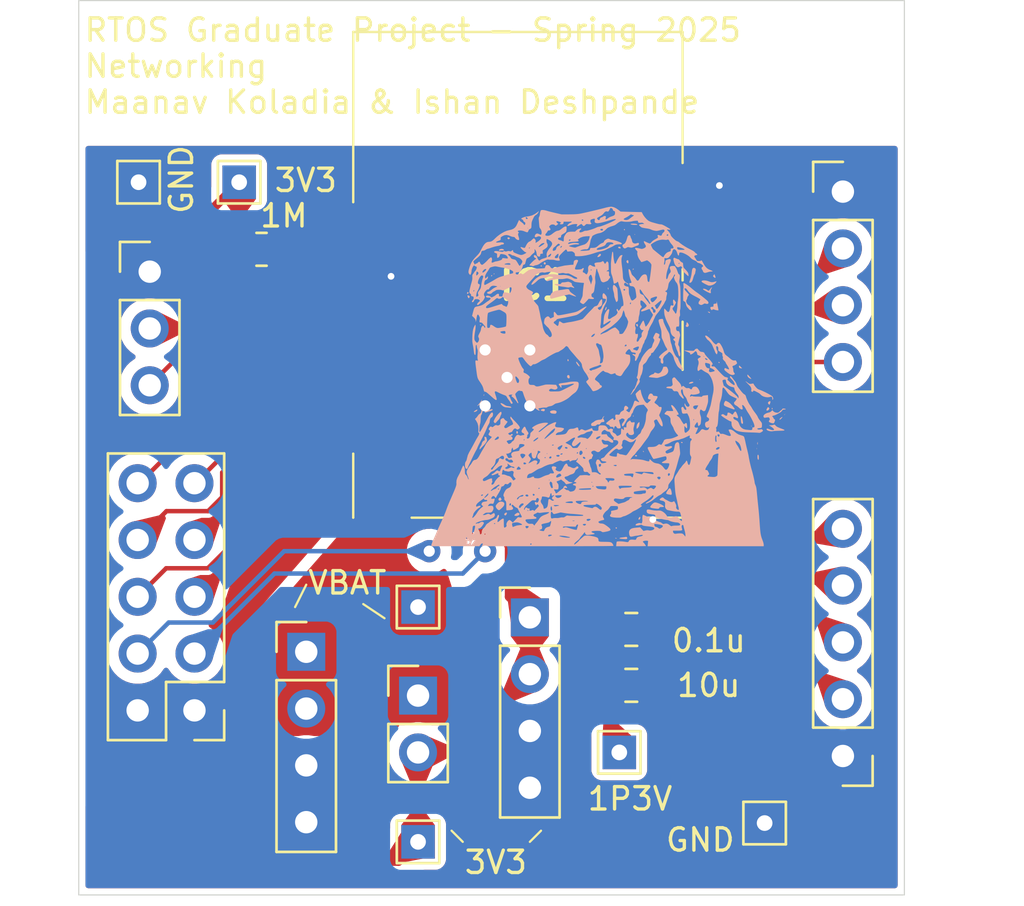
<source format=kicad_pcb>
(kicad_pcb (version 20241229) (generator "pcbnew") (generator_version "9.0")
  (layers (0 "F.Cu" signal) (2 "B.Cu" signal) (13 "F.Paste" user) (15 "B.Paste" user) (5 "F.SilkS" user "F.Silkscreen") (7 "B.SilkS" user "B.Silkscreen") (1 "F.Mask" user) (3 "B.Mask" user) (25 "Edge.Cuts" user))
  (net 0 "")
  (net 1 "GND")
  (net 3 "/GPIO_6")
  (net 5 "/UART_RX")
  (net 6 "/I2C_SCL")
  (net 8 "/GPIO_4")
  (net 9 "/RESET_N")
  (net 10 "/UART_TX")
  (net 11 "Net-(IC1-SDIO_SPI_CFG)")
  (net 13 "/I2C_SDA")
  (net 14 "/GPIO_1")
  (net 15 "/1P3V")
  (net 16 "/IRQN")
  (net 17 "/VBAT")
  (net 18 "/SD_DAT3")
  (net 19 "/SPI_CS")
  (net 20 "/SPI_SDO")
  (net 21 "/SPI_SDI")
  (net 22 "/WAKE")
  (net 23 "+3.3V")
  (net 24 "/C_EN")
  (net 25 "/SPI_CLK")
  (net 26 "/SD_CLK")
  (footprint "Connector_PinHeader_2.54mm:PinHeader_1x03_P2.54mm_Vertical" (layer "F.Cu") (at 130.5 96)
    (property "Reference" "J4" (hide yes))
    (property "Value" "Misc_Conn_01x03")
    (pad "1" thru_hole rect (at 0 0) (size 1.7 1.7) (drill 1) (layers "*.Cu" "*.Mask") (net 1 "GND"))
    (pad "2" thru_hole oval (at 0 2.54) (size 1.7 1.7) (drill 1) (layers "*.Cu" "*.Mask") (net 22 "/WAKE"))
    (pad "3" thru_hole oval (at 0 5.08) (size 1.7 1.7) (drill 1) (layers "*.Cu" "*.Mask") (net 16 "/IRQN"))
  )
  (footprint "Connector_PinHeader_2.54mm:PinHeader_1x04_P2.54mm_Vertical" (layer "F.Cu") (at 161.5 92.42)
    (property "Reference" "J3" (hide yes))
    (property "Value" "I2C_CEN_Conn_01x04")
    (pad "1" thru_hole rect (at 0 0) (size 1.7 1.7) (drill 1) (layers "*.Cu" "*.Mask") (net 1 "GND"))
    (pad "2" thru_hole oval (at 0 2.54) (size 1.7 1.7) (drill 1) (layers "*.Cu" "*.Mask") (net 9 "/RESET_N"))
    (pad "3" thru_hole oval (at 0 5.08) (size 1.7 1.7) (drill 1) (layers "*.Cu" "*.Mask") (net 13 "/I2C_SDA"))
    (pad "4" thru_hole oval (at 0 7.62) (size 1.7 1.7) (drill 1) (layers "*.Cu" "*.Mask") (net 6 "/I2C_SCL"))
  )
  (footprint "Connector_PinHeader_2.54mm:PinHeader_2x05_P2.54mm_Vertical" (layer "F.Cu") (at 132.5 115.62 180)
    (property "Reference" "J7" (hide yes))
    (property "Value" "SPI_Conn_02x05")
    (pad "1" thru_hole rect (at 0 0 180) (size 1.7 1.7) (drill 1) (layers "*.Cu" "*.Mask") (net 1 "GND"))
    (pad "2" thru_hole oval (at 2.54 0 180) (size 1.7 1.7) (drill 1) (layers "*.Cu" "*.Mask") (net 1 "GND"))
    (pad "3" thru_hole oval (at 0 2.54 180) (size 1.7 1.7) (drill 1) (layers "*.Cu" "*.Mask") (net 24 "/C_EN"))
    (pad "4" thru_hole oval (at 2.54 2.54 180) (size 1.7 1.7) (drill 1) (layers "*.Cu" "*.Mask") (net 14 "/GPIO_1"))
    (pad "5" thru_hole oval (at 0 5.08 180) (size 1.7 1.7) (drill 1) (layers "*.Cu" "*.Mask") (net 26 "/SD_CLK"))
    (pad "6" thru_hole oval (at 2.54 5.08 180) (size 1.7 1.7) (drill 1) (layers "*.Cu" "*.Mask") (net 25 "/SPI_CLK"))
    (pad "7" thru_hole oval (at 0 7.62 180) (size 1.7 1.7) (drill 1) (layers "*.Cu" "*.Mask") (net 20 "/SPI_SDO"))
    (pad "8" thru_hole oval (at 2.54 7.62 180) (size 1.7 1.7) (drill 1) (layers "*.Cu" "*.Mask") (net 19 "/SPI_CS"))
    (pad "9" thru_hole oval (at 0 10.16 180) (size 1.7 1.7) (drill 1) (layers "*.Cu" "*.Mask") (net 21 "/SPI_SDI"))
    (pad "10" thru_hole oval (at 2.54 10.16 180) (size 1.7 1.7) (drill 1) (layers "*.Cu" "*.Mask") (net 18 "/SD_DAT3"))
  )
  (footprint "TestPoint:TestPoint_THTPad_1.5x1.5mm_Drill0.7mm" (layer "F.Cu") (at 130 92)
    (property "Reference" "TP5" (hide yes))
    (property "Value" "GND")
    (pad "1" thru_hole rect (at 0 0) (size 1.5 1.5) (drill 0.7) (layers "*.Cu" "*.Mask") (net 1 "GND"))
  )
  (footprint "Connector_PinHeader_2.54mm:PinHeader_1x04_P2.54mm_Vertical" (layer "F.Cu") (at 147.5 111.46)
    (property "Reference" "J1" (hide yes))
    (property "Value" "3V3_Conn_01x04")
    (pad "1" thru_hole rect (at 0 0) (size 1.7 1.7) (drill 1) (layers "*.Cu" "*.Mask") (net 23 "+3.3V"))
    (pad "2" thru_hole oval (at 0 2.54) (size 1.7 1.7) (drill 1) (layers "*.Cu" "*.Mask") (net 23 "+3.3V"))
    (pad "3" thru_hole oval (at 0 5.08) (size 1.7 1.7) (drill 1) (layers "*.Cu" "*.Mask") (net 1 "GND"))
    (pad "4" thru_hole oval (at 0 7.62) (size 1.7 1.7) (drill 1) (layers "*.Cu" "*.Mask") (net 1 "GND"))
  )
  (footprint "Resistor_SMD:R_0805_2012Metric_Pad1.20x1.40mm_HandSolder" (layer "F.Cu") (at 135.5 95)
    (property "Reference" "R1" (hide yes))
    (property "Value" "1M" (at 1 -1.5 0) (layer "F.SilkS"))
    (pad "1" smd roundrect (at -1 0) (size 1.2 1.4) (layers "F.Cu" "F.Mask" "F.Paste") (roundrect_rratio 0.208333) (net 23 "+3.3V"))
    (pad "2" smd roundrect (at 1 0) (size 1.2 1.4) (layers "F.Cu" "F.Mask" "F.Paste") (roundrect_rratio 0.208333) (net 11 "Net-(IC1-SDIO_SPI_CFG)"))
  )
  (footprint "TestPoint:TestPoint_THTPad_1.5x1.5mm_Drill0.7mm" (layer "F.Cu") (at 142.5 121.5)
    (property "Reference" "TP4" (hide yes))
    (property "Value" "3.3V")
    (pad "1" thru_hole rect (at 0 0) (size 1.5 1.5) (drill 0.7) (layers "*.Cu" "*.Mask") (net 23 "+3.3V"))
  )
  (footprint "Capacitor_SMD:C_0805_2012Metric_Pad1.18x1.45mm_HandSolder" (layer "F.Cu") (at 152.0375 114.5)
    (property "Reference" "C1" (hide yes))
    (property "Value" "10u" (at 3.4625 0 0) (layer "F.SilkS"))
    (pad "1" smd roundrect (at -1.0375 0) (size 1.175 1.45) (layers "F.Cu" "F.Mask" "F.Paste") (roundrect_rratio 0.212766) (net 15 "/1P3V"))
    (pad "2" smd roundrect (at 1.0375 0) (size 1.175 1.45) (layers "F.Cu" "F.Mask" "F.Paste") (roundrect_rratio 0.212766) (net 1 "GND"))
  )
  (footprint "Connector_PinHeader_2.54mm:PinHeader_1x02_P2.54mm_Vertical" (layer "F.Cu") (at 142.5 114.96)
    (property "Reference" "J5" (hide yes))
    (property "Value" "VBAT_3V3_Jump_Conn_01x02")
    (pad "1" thru_hole rect (at 0 0) (size 1.7 1.7) (drill 1) (layers "*.Cu" "*.Mask") (net 17 "/VBAT"))
    (pad "2" thru_hole oval (at 0 2.54) (size 1.7 1.7) (drill 1) (layers "*.Cu" "*.Mask") (net 23 "+3.3V"))
  )
  (footprint "TestPoint:TestPoint_THTPad_1.5x1.5mm_Drill0.7mm" (layer "F.Cu") (at 134.5 92)
    (property "Reference" "TP1" (hide yes))
    (property "Value" "3.3V")
    (pad "1" thru_hole rect (at 0 0) (size 1.5 1.5) (drill 0.7) (layers "*.Cu" "*.Mask") (net 23 "+3.3V"))
  )
  (footprint "Connector_PinHeader_2.54mm:PinHeader_1x05_P2.54mm_Vertical" (layer "F.Cu") (at 161.5 117.66 180)
    (property "Reference" "J6" (hide yes))
    (property "Value" "UART_Conn_01x05")
    (pad "1" thru_hole rect (at 0 0 180) (size 1.7 1.7) (drill 1) (layers "*.Cu" "*.Mask") (net 1 "GND"))
    (pad "2" thru_hole oval (at 0 2.54 180) (size 1.7 1.7) (drill 1) (layers "*.Cu" "*.Mask") (net 5 "/UART_RX"))
    (pad "3" thru_hole oval (at 0 5.08 180) (size 1.7 1.7) (drill 1) (layers "*.Cu" "*.Mask") (net 8 "/GPIO_4"))
    (pad "4" thru_hole oval (at 0 7.62 180) (size 1.7 1.7) (drill 1) (layers "*.Cu" "*.Mask") (net 10 "/UART_TX"))
    (pad "5" thru_hole oval (at 0 10.16 180) (size 1.7 1.7) (drill 1) (layers "*.Cu" "*.Mask") (net 3 "/GPIO_6"))
  )
  (footprint "TestPoint:TestPoint_THTPad_1.5x1.5mm_Drill0.7mm" (layer "F.Cu") (at 142.5 111)
    (property "Reference" "TP3" (hide yes))
    (property "Value" "VBAT")
    (pad "1" thru_hole rect (at 0 0) (size 1.5 1.5) (drill 0.7) (layers "*.Cu" "*.Mask") (net 17 "/VBAT"))
  )
  (footprint "LIB_ATWILC1000-MR110PB-T:ATWILC1000MR110PBT" (layer "F.Cu") (at 146.965 96.14)
    (property "Reference" "IC1" (at 0.742 0.475 0) (layer "F.SilkS") (effects (font (size 1.27 1.27) (thickness 0.254))))
    (property "Value" "ATWILC1000-MR110PB-T" (hide yes))
    (pad "29" smd rect (at -0.485 4.59 90) (size 3.7 3.7) (layers "F.Cu" "F.Mask" "F.Paste") (net 1 "GND"))
    (pad "J1" smd rect (at 7.365 8.19 90) (size 0.8 1.9) (layers "F.Cu" "F.Mask" "F.Paste") (net 3 "/GPIO_6"))
    (pad "J2" smd rect (at 7.365 7.18 90) (size 0.8 1.9) (layers "F.Cu" "F.Mask" "F.Paste") (net 6 "/I2C_SCL"))
    (pad "J3" smd rect (at 7.365 6.164 90) (size 0.8 1.9) (layers "F.Cu" "F.Mask" "F.Paste") (net 13 "/I2C_SDA"))
    (pad "J4" smd rect (at 7.365 5.148 90) (size 0.8 1.9) (layers "F.Cu" "F.Mask" "F.Paste") (net 9 "/RESET_N"))
    (pad "J5" smd rect (at 7.365 1.084 90) (size 0.8 1.9) (layers "F.Cu" "F.Mask" "F.Paste"))
    (pad "J6" smd rect (at 7.365 -0.948 90) (size 0.8 1.9) (layers "F.Cu" "F.Mask" "F.Paste"))
    (pad "J7" smd rect (at 7.365 -1.964 90) (size 0.8 1.9) (layers "F.Cu" "F.Mask" "F.Paste"))
    (pad "J8" smd rect (at 7.365 -2.98 90) (size 0.8 1.9) (layers "F.Cu" "F.Mask" "F.Paste"))
    (pad "J9" smd rect (at 7.365 -3.996 90) (size 0.8 1.9) (layers "F.Cu" "F.Mask" "F.Paste") (net 1 "GND"))
    (pad "J10" smd rect (at -7.365 -1.964 90) (size 0.8 1.9) (layers "F.Cu" "F.Mask" "F.Paste") (net 11 "Net-(IC1-SDIO_SPI_CFG)"))
    (pad "J11" smd rect (at -7.365 -0.948 90) (size 0.8 1.9) (layers "F.Cu" "F.Mask" "F.Paste") (net 22 "/WAKE"))
    (pad "J12" smd rect (at -7.365 0.068 90) (size 0.8 1.9) (layers "F.Cu" "F.Mask" "F.Paste") (net 1 "GND"))
    (pad "J13" smd rect (at -7.365 1.084 90) (size 0.8 1.9) (layers "F.Cu" "F.Mask" "F.Paste") (net 16 "/IRQN"))
    (pad "J14" smd rect (at -7.365 2.1 90) (size 0.8 1.9) (layers "F.Cu" "F.Mask" "F.Paste") (net 18 "/SD_DAT3"))
    (pad "J15" smd rect (at -7.365 3.116 90) (size 0.8 1.9) (layers "F.Cu" "F.Mask" "F.Paste") (net 21 "/SPI_SDI"))
    (pad "J16" smd rect (at -7.365 4.132 90) (size 0.8 1.9) (layers "F.Cu" "F.Mask" "F.Paste") (net 19 "/SPI_CS"))
    (pad "J17" smd rect (at -7.365 5.148 90) (size 0.8 1.9) (layers "F.Cu" "F.Mask" "F.Paste") (net 20 "/SPI_SDO"))
    (pad "J18" smd rect (at -7.365 6.164 90) (size 0.8 1.9) (layers "F.Cu" "F.Mask" "F.Paste") (net 25 "/SPI_CLK"))
    (pad "J19" smd rect (at -7.365 7.18 90) (size 0.8 1.9) (layers "F.Cu" "F.Mask" "F.Paste") (net 26 "/SD_CLK"))
    (pad "J20" smd rect (at -5.465 10.86) (size 0.8 1.9) (layers "F.Cu" "F.Mask" "F.Paste") (net 17 "/VBAT"))
    (pad "J21" smd rect (at -2.417 10.86) (size 0.8 1.9) (layers "F.Cu" "F.Mask" "F.Paste") (net 14 "/GPIO_1"))
    (pad "J22" smd rect (at -1.401 10.86) (size 0.8 1.9) (layers "F.Cu" "F.Mask" "F.Paste") (net 24 "/C_EN"))
    (pad "J23" smd rect (at -0.385 10.86) (size 0.8 1.9) (layers "F.Cu" "F.Mask" "F.Paste") (net 23 "+3.3V"))
    (pad "J24" smd rect (at 0.631 10.86) (size 0.8 1.9) (layers "F.Cu" "F.Mask" "F.Paste") (net 15 "/1P3V"))
    (pad "J25" smd rect (at 1.647 10.86) (size 0.8 1.9) (layers "F.Cu" "F.Mask" "F.Paste") (net 5 "/UART_RX"))
    (pad "J26" smd rect (at 2.663 10.86) (size 0.8 1.9) (layers "F.Cu" "F.Mask" "F.Paste") (net 8 "/GPIO_4"))
    (pad "J27" smd rect (at 3.679 10.86) (size 0.8 1.9) (layers "F.Cu" "F.Mask" "F.Paste") (net 10 "/UART_TX"))
    (pad "J28" smd rect (at 4.695 10.86) (size 0.8 1.9) (layers "F.Cu" "F.Mask" "F.Paste") (net 1 "GND"))
  )
  (footprint "TestPoint:TestPoint_THTPad_1.5x1.5mm_Drill0.7mm" (layer "F.Cu") (at 151.5 117.5 180)
    (property "Reference" "TP7" (hide yes))
    (property "Value" "1P3V")
    (pad "1" thru_hole rect (at 0 0 180) (size 1.5 1.5) (drill 0.7) (layers "*.Cu" "*.Mask") (net 15 "/1P3V"))
  )
  (footprint "Capacitor_SMD:C_0805_2012Metric_Pad1.18x1.45mm_HandSolder" (layer "F.Cu") (at 152.0375 112)
    (property "Reference" "C2" (hide yes))
    (property "Value" "0.1u" (at 3.4625 0.5 0) (layer "F.SilkS"))
    (pad "1" smd roundrect (at -1.0375 0) (size 1.175 1.45) (layers "F.Cu" "F.Mask" "F.Paste") (roundrect_rratio 0.212766) (net 15 "/1P3V"))
    (pad "2" smd roundrect (at 1.0375 0) (size 1.175 1.45) (layers "F.Cu" "F.Mask" "F.Paste") (roundrect_rratio 0.212766) (net 1 "GND"))
  )
  (footprint "Connector_PinHeader_2.54mm:PinHeader_1x04_P2.54mm_Vertical" (layer "F.Cu") (at 137.5 113)
    (property "Reference" "J2" (hide yes))
    (property "Value" "VBAT_Conn_01x04")
    (pad "1" thru_hole rect (at 0 0) (size 1.7 1.7) (drill 1) (layers "*.Cu" "*.Mask") (net 17 "/VBAT"))
    (pad "2" thru_hole oval (at 0 2.54) (size 1.7 1.7) (drill 1) (layers "*.Cu" "*.Mask") (net 17 "/VBAT"))
    (pad "3" thru_hole oval (at 0 5.08) (size 1.7 1.7) (drill 1) (layers "*.Cu" "*.Mask") (net 1 "GND"))
    (pad "4" thru_hole oval (at 0 7.62) (size 1.7 1.7) (drill 1) (layers "*.Cu" "*.Mask") (net 1 "GND"))
  )
  (footprint "TestPoint:TestPoint_THTPad_1.5x1.5mm_Drill0.7mm" (layer "F.Cu") (at 158 120.66 180)
    (property "Reference" "TP2" (hide yes))
    (property "Value" "GND")
    (pad "1" thru_hole rect (at 0 0 180) (size 1.5 1.5) (drill 0.7) (layers "*.Cu" "*.Mask") (net 1 "GND"))
  )
  (footprint "hw:troll" (layer "B.Cu") (at 148.675 98.9 180)
    (property "Reference" "G***" (hide yes))
    (property "Value" "LOGO" (hide yes))
  )
  (gr_line (start 147.5 121.5) (end 148 121) (stroke (width 0.1)) (layer "F.SilkS"))
  (gr_line (start 140.049387 110.866258) (end 141 111.5) (stroke (width 0.1)) (layer "F.SilkS"))
  (gr_line (start 137 111) (end 137.5 110) (stroke (width 0.1)) (layer "F.SilkS"))
  (gr_line (start 144.5 121.5) (end 144 121) (stroke (width 0.1)) (layer "F.SilkS"))
  (gr_rect (start 127.325 83.875) (end 164.25 123.875) (stroke (width 0.05)) (fill no) (layer "Edge.Cuts"))
  (gr_text "3V3" (at 136 92.5 0) (layer "F.SilkS") (effects (font (size 1 1)) (justify left bottom)))
  (gr_text "3V3" (at 144.5 123 0) (layer "F.SilkS") (effects (font (size 1 1)) (justify left bottom)))
  (gr_text "1P3V" (at 150 120.16 0) (layer "F.SilkS") (effects (font (size 1 1)) (justify left bottom)))
  (gr_text "VBAT" (at 137.5 110.5 0) (layer "F.SilkS") (effects (font (size 1 1)) (justify left bottom)))
  (gr_text "GND" (at 153.5 122 0) (layer "F.SilkS") (effects (font (size 1 1)) (justify left bottom)))
  (gr_text "GND" (at 132.5 93.5 90) (layer "F.SilkS") (effects (font (size 1 1)) (justify left bottom)))
  (gr_text "RTOS Graduate Project - Spring 2025\nNetworking\nMaanav Koladia & Ishan Deshpande" (at 127.5 89 0) (layer "F.SilkS") (effects (font (size 1 1)) (justify left bottom)))
  (segment (start 155.97079 92.144) (end 154.33 92.144) (width 0.2) (layer "F.Cu") (net 1))
  (segment (start 155.974779 92.145652) (end 155.97313 92.143991) (width 0.2) (layer "F.Cu") (net 1))
  (segment (start 151.745676 107.085684) (end 153 107.085678) (width 0.4) (layer "F.Cu") (net 1))
  (segment (start 141.292 96.208) (end 139.6 96.208) (width 0.4) (layer "F.Cu") (net 1))
  (segment (start 155.97079 92.144) (end 155.97313 92.143991) (width 0.2) (layer "F.Cu") (net 1))
  (segment (start 151.745676 107.085684) (end 151.66 107) (width 0.2) (layer "F.Cu") (net 1))
  (segment (start 155.976431 92.147304) (end 155.974779 92.145652) (width 0.2) (layer "F.Cu") (net 1))
  (via (at 145.5 99.5) (size 1) (drill 0.5) (layers "F.Cu" "B.Cu") (net 1))
  (via (at 153 107.085678) (size 0.5) (drill 0.3) (layers "F.Cu" "B.Cu") (net 1))
  (via (at 147.5 99.5) (size 1) (drill 0.5) (layers "F.Cu" "B.Cu") (net 1))
  (via (at 146.48 100.73) (size 1) (drill 0.5) (layers "F.Cu" "B.Cu") (net 1))
  (via (at 155.976431 92.147304) (size 0.5) (drill 0.3) (layers "F.Cu" "B.Cu") (net 1))
  (via (at 145.5 102) (size 1) (drill 0.5) (layers "F.Cu" "B.Cu") (net 1))
  (via (at 147.5 102) (size 1) (drill 0.5) (layers "F.Cu" "B.Cu") (net 1))
  (via (at 141.292 96.208) (size 0.5) (drill 0.3) (layers "F.Cu" "B.Cu") (net 1))
  (segment (start 160.999999 108) (end 161.5 107.5) (width 0.2) (layer "F.Cu") (net 3))
  (segment (start 160.999999 108) (end 157.999997 108.000005) (width 0.2) (layer "F.Cu") (net 3))
  (segment (start 157.999997 108.000005) (end 154.33 104.33) (width 0.2) (layer "F.Cu") (net 3))
  (segment (start 151.096 110.633999) (end 157.013997 110.634004) (width 0.2) (layer "F.Cu") (net 5))
  (segment (start 148.612001 108.149999) (end 151.096 110.633999) (width 0.2) (layer "F.Cu") (net 5))
  (segment (start 148.612001 108.149999) (end 148.612 107) (width 0.2) (layer "F.Cu") (net 5))
  (segment (start 157.013997 110.634004) (end 161.5 115.12) (width 0.2) (layer "F.Cu") (net 5))
  (segment (start 158.46 100.040001) (end 155.180004 103.320011) (width 0.2) (layer "F.Cu") (net 6))
  (segment (start 155.180004 103.320011) (end 154.33 103.32) (width 0.2) (layer "F.Cu") (net 6))
  (segment (start 158.46 100.040001) (end 161.5 100.04) (width 0.2) (layer "F.Cu") (net 6))
  (segment (start 158.919999 110) (end 151.478 109.999999) (width 0.2) (layer "F.Cu") (net 8))
  (segment (start 149.628001 108.149999) (end 151.478 109.999999) (width 0.2) (layer "F.Cu") (net 8))
  (segment (start 149.628001 108.149999) (end 149.628 107) (width 0.2) (layer "F.Cu") (net 8))
  (segment (start 158.919999 110) (end 161.5 112.58) (width 0.2) (layer "F.Cu") (net 8))
  (segment (start 155.171997 101.287994) (end 161.5 94.96) (width 0.2) (layer "F.Cu") (net 9))
  (segment (start 155.171997 101.287994) (end 154.33 101.288) (width 0.2) (layer "F.Cu") (net 9))
  (segment (start 161.058999 109.599) (end 161.5 110.04) (width 0.2) (layer "F.Cu") (net 10))
  (segment (start 150.644001 108.149999) (end 150.644 107) (width 0.2) (layer "F.Cu") (net 10))
  (segment (start 161.058999 109.599) (end 152.093 109.598999) (width 0.2) (layer "F.Cu") (net 10))
  (segment (start 150.644001 108.149999) (end 152.093 109.598999) (width 0.2) (layer "F.Cu") (net 10))
  (segment (start 137.499999 93.999998) (end 136.5 95) (width 0.2) (layer "F.Cu") (net 11))
  (segment (start 139.424012 93.999971) (end 139.6 94.176) (width 0.2) (layer "F.Cu") (net 11))
  (segment (start 139.424012 93.999971) (end 137.499999 93.999998) (width 0.2) (layer "F.Cu") (net 11))
  (segment (start 160 97.500001) (end 161.5 97.5) (width 0.2) (layer "F.Cu") (net 13))
  (segment (start 155.195994 102.303985) (end 154.33 102.304) (width 0.2) (layer "F.Cu") (net 13))
  (segment (start 160 97.500001) (end 155.195994 102.303985) (width 0.2) (layer "F.Cu") (net 13))
  (segment (start 143.048004 108.500011) (end 143 108.5) (width 0.2) (layer "F.Cu") (net 14))
  (segment (start 143.048004 108.500011) (end 144.548 107) (width 0.2) (layer "F.Cu") (net 14))
  (via (at 143 108.5) (size 1) (drill 0.5) (layers "F.Cu" "B.Cu") (net 14))
  (segment (start 136.512906 108.500016) (end 143 108.5) (width 0.2) (layer "B.Cu") (net 14))
  (segment (start 136.512906 108.500016) (end 133.321905 111.691014) (width 0.2) (layer "B.Cu") (net 14))
  (segment (start 131.349005 111.691013) (end 133.321905 111.691014) (width 0.2) (layer "B.Cu") (net 14))
  (segment (start 131.349005 111.691013) (end 129.96 113.08) (width 0.2) (layer "B.Cu") (net 14))
  (segment (start 151 112) (end 151 114.5) (width 0.4) (layer "F.Cu") (net 15))
  (segment (start 147.596 108.595999) (end 147.596 107) (width 0.4) (layer "F.Cu") (net 15))
  (segment (start 147.596 108.595999) (end 151 112) (width 0.4) (layer "F.Cu") (net 15))
  (segment (start 150.999978 117.000008) (end 151.5 117.5) (width 0.4) (layer "F.Cu") (net 15))
  (segment (start 150.999978 117.000008) (end 151 114.5) (width 0.4) (layer "F.Cu") (net 15))
  (segment (start 135.499999 98.999998) (end 137.276 97.224001) (width 0.2) (layer "F.Cu") (net 16))
  (segment (start 135.499999 98.999998) (end 132.580001 99) (width 0.2) (layer "F.Cu") (net 16))
  (segment (start 137.276 97.224001) (end 139.6 97.224) (width 0.2) (layer "F.Cu") (net 16))
  (segment (start 132.580001 99) (end 130.5 101.08) (width 0.2) (layer "F.Cu") (net 16))
  (segment (start 130.039994 105.459989) (end 137.259999 98.240001) (width 0.2) (layer "F.Cu") (net 18))
  (segment (start 137.259999 98.240001) (end 139.6 98.24) (width 0.2) (layer "F.Cu") (net 18))
  (segment (start 130.039994 105.459989) (end 129.96 105.46) (width 0.2) (layer "F.Cu") (net 18))
  (segment (start 133.74026 106.080597) (end 133.111885 106.708953) (width 0.2) (layer "F.Cu") (net 19))
  (segment (start 131.251036 106.708934) (end 129.96 108) (width 0.2) (layer "F.Cu") (net 19))
  (segment (start 131.251036 106.708934) (end 133.111885 106.708953) (width 0.2) (layer "F.Cu") (net 19))
  (segment (start 133.74025 104.981751) (end 133.74026 106.080597) (width 0.2) (layer "F.Cu") (net 19))
  (segment (start 138.45 100.272) (end 133.74025 104.981751) (width 0.2) (layer "F.Cu") (net 19))
  (segment (start 138.45 100.272) (end 139.6 100.272) (width 0.2) (layer "F.Cu") (net 19))
  (segment (start 137.64735 101.78555) (end 137.41245 102.02045) (width 0.2) (layer "F.Cu") (net 20))
  (segment (start 137.17755 102.25535) (end 134.544335 104.888565) (width 0.2) (layer "F.Cu") (net 20))
  (segment (start 137.41245 102.02045) (end 137.17755 102.25535) (width 0.2) (layer "F.Cu") (net 20))
  (segment (start 134.455665 104.977235) (end 134.366995 105.065905) (width 0.2) (layer "F.Cu") (net 20))
  (segment (start 134.176421 106.323566) (end 134.17643 105.75477) (width 0.2) (layer "F.Cu") (net 20))
  (segment (start 134.176421 106.323566) (end 132.5 108) (width 0.2) (layer "F.Cu") (net 20))
  (segment (start 137.64735 101.78555) (end 138.144905 101.288013) (width 0.2) (layer "F.Cu") (net 20))
  (segment (start 134.176413 105.256463) (end 134.17643 105.75477) (width 0.2) (layer "F.Cu") (net 20))
  (segment (start 134.544335 104.888565) (end 134.455665 104.977235) (width 0.2) (layer "F.Cu") (net 20))
  (segment (start 138.144905 101.288013) (end 139.6 101.288) (width 0.2) (layer "F.Cu") (net 20))
  (segment (start 134.176413 105.256463) (end 134.366995 105.065905) (width 0.2) (layer "F.Cu") (net 20))
  (segment (start 132.539998 105.459994) (end 132.5 105.46) (width 0.2) (layer "F.Cu") (net 21))
  (segment (start 132.539998 105.459994) (end 138.744001 99.256001) (width 0.2) (layer "F.Cu") (net 21))
  (segment (start 138.744001 99.256001) (end 139.6 99.256) (width 0.2) (layer "F.Cu") (net 21))
  (segment (start 134.959998 98.539997) (end 138.308001 95.192001) (width 0.2) (layer "F.Cu") (net 22))
  (segment (start 138.308001 95.192001) (end 139.6 95.192) (width 0.2) (layer "F.Cu") (net 22))
  (segment (start 134.959998 98.539997) (end 130.5 98.54) (width 0.2) (layer "F.Cu") (net 22))
  (segment (start 127.999999 96) (end 130 94) (width 0.4) (layer "F.Cu") (net 23))
  (segment (start 142.5 117.500001) (end 142.500004 121.500001) (width 0.4) (layer "F.Cu") (net 23))
  (segment (start 147.499999 111.46) (end 147.5 114) (width 0.4) (layer "F.Cu") (net 23))
  (segment (start 134.5 92) (end 132.499995 93.999989) (width 0.4) (layer "F.Cu") (net 23))
  (segment (start 134.5 92) (end 134.5 95) (width 0.4) (layer "F.Cu") (net 23))
  (segment (start 142.5 117.500001) (end 143.999995 117.499987) (width 0.4) (layer "F.Cu") (net 23))
  (segment (start 141.625999 122.374) (end 142.500004 121.500001) (width 0.4) (layer "F.Cu") (net 23))
  (segment (start 147.499999 111.46) (end 146.579984 110.540006) (width 0.4) (layer "F.Cu") (net 23))
  (segment (start 132.499995 93.999989) (end 130 94) (width 0.4) (layer "F.Cu") (net 23))
  (segment (start 131.374002 122.373995) (end 128.000015 118.999992) (width 0.4) (layer "F.Cu") (net 23))
  (segment (start 143.999995 117.499987) (end 147.5 114) (width 0.4) (layer "F.Cu") (net 23))
  (segment (start 146.579984 110.540006) (end 146.58 107) (width 0.4) (layer "F.Cu") (net 23))
  (segment (start 127.999999 96) (end 128.000015 118.999992) (width 0.4) (layer "F.Cu") (net 23))
  (segment (start 131.374002 122.373995) (end 141.625999 122.374) (width 0.4) (layer "F.Cu") (net 23))
  (segment (start 145.499972 107.063988) (end 145.564 107) (width 0.2) (layer "F.Cu") (net 24))
  (segment (start 145.499972 107.063988) (end 145.5 108.5) (width 0.2) (layer "F.Cu") (net 24))
  (via (at 145.5 108.5) (size 1) (drill 0.5) (layers "F.Cu" "B.Cu") (net 24))
  (segment (start 144.499999 109.5) (end 145.5 108.5) (width 0.2) (layer "B.Cu") (net 24))
  (segment (start 144.499999 109.5) (end 136.080007 109.500016) (width 0.2) (layer "B.Cu") (net 24))
  (segment (start 136.080007 109.500016) (end 132.5 113.08) (width 0.2) (layer "B.Cu") (net 24))
  (segment (start 133.098075 109.264802) (end 131.235202 109.264795) (width 0.2) (layer "F.Cu") (net 25))
  (segment (start 134.577439 107.785443) (end 134.577441 105.422575) (width 0.2) (layer "F.Cu") (net 25))
  (segment (start 133.098075 109.264802) (end 134.577439 107.785443) (width 0.2) (layer "F.Cu") (net 25))
  (segment (start 137.696001 102.304) (end 139.6 102.304) (width 0.2) (layer "F.Cu") (net 25))
  (segment (start 131.235202 109.264795) (end 129.96 110.54) (width 0.2) (layer "F.Cu") (net 25))
  (segment (start 137.696001 102.304) (end 134.577441 105.422575) (width 0.2) (layer "F.Cu") (net 25))
  (segment (start 139.6 103.44) (end 139.6 103.32) (width 0.2) (layer "F.Cu") (net 26))
  (segment (start 139.6 103.44) (end 132.5 110.54) (width 0.2) (layer "F.Cu") (net 26))
  (zone (net 1) (net_name "GND") (layer "F.Cu") (connect_pads yes (clearance 0.5)) (min_thickness 0.25) (fill yes (thermal_gap 0.25) (thermal_bridge_width 1))
    (polygon (pts (xy 127.3 90.375) (xy 164.225 90.375) (xy 164.251588 123.875) (xy 127.326588 123.875)))
  )
  (zone (net 17) (net_name "/VBAT") (layer "F.Cu") (priority 2) (connect_pads yes (clearance 0.5)) (min_thickness 0.25) (fill yes (thermal_gap 0.5) (thermal_bridge_width 0.5))
    (polygon (pts (xy 140.5 106.008314) (xy 142.699724 106.008314) (xy 144 110.070276) (xy 144 116.288897) (xy 141.666183 116.281266) (xy 141.349223 116.768314) (xy 135.5 116.768314) (xy 135.5 111.722602)))
  )
  (zone (net 1) (net_name "GND") (layer "B.Cu") (priority 1) (connect_pads yes (clearance 0.5)) (min_thickness 0.25) (fill yes (thermal_gap 0.5) (thermal_bridge_width 1))
    (polygon (pts (xy 127.325 123.875) (xy 127.325 90.375) (xy 164.25 90.375) (xy 164.25 123.875)))
  )
)
</source>
